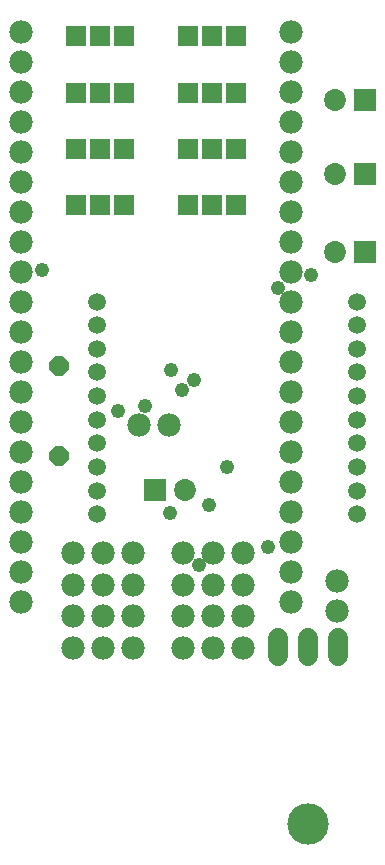
<source format=gbs>
G75*
G70*
%OFA0B0*%
%FSLAX24Y24*%
%IPPOS*%
%LPD*%
%AMOC8*
5,1,8,0,0,1.08239X$1,22.5*
%
%ADD10C,0.0780*%
%ADD11OC8,0.0640*%
%ADD12R,0.0730X0.0730*%
%ADD13C,0.0730*%
%ADD14C,0.0595*%
%ADD15R,0.0674X0.0674*%
%ADD16C,0.0680*%
%ADD17C,0.1380*%
%ADD18C,0.0480*%
D10*
X012704Y009130D03*
X012704Y010130D03*
X012704Y011130D03*
X012704Y012130D03*
X012704Y013130D03*
X012704Y014130D03*
X012704Y015130D03*
X012704Y016130D03*
X012704Y017130D03*
X012704Y018130D03*
X012704Y019130D03*
X012704Y020130D03*
X012704Y021130D03*
X012704Y022130D03*
X012704Y023130D03*
X012704Y024130D03*
X012704Y025130D03*
X012704Y026130D03*
X012704Y027130D03*
X012704Y028130D03*
X021704Y028130D03*
X021704Y027130D03*
X021704Y026130D03*
X021704Y025130D03*
X021704Y024130D03*
X021704Y023130D03*
X021704Y022130D03*
X021704Y021130D03*
X021704Y020130D03*
X021704Y019130D03*
X021704Y018130D03*
X021704Y017130D03*
X021704Y016130D03*
X021704Y015130D03*
X021704Y014130D03*
X021704Y013130D03*
X021704Y012130D03*
X021704Y011130D03*
X021704Y010130D03*
X023239Y009839D03*
X021704Y009130D03*
X023239Y008839D03*
X020105Y008658D03*
X019105Y008658D03*
X018105Y008658D03*
X018105Y009721D03*
X019105Y009721D03*
X020105Y009721D03*
X020105Y010784D03*
X019105Y010784D03*
X018105Y010784D03*
X016444Y010784D03*
X015444Y010784D03*
X014444Y010784D03*
X014444Y009721D03*
X015444Y009721D03*
X016444Y009721D03*
X016444Y008658D03*
X015444Y008658D03*
X014444Y008658D03*
X014444Y007595D03*
X015444Y007595D03*
X016444Y007595D03*
X018105Y007595D03*
X019105Y007595D03*
X020105Y007595D03*
X017645Y015028D03*
X016645Y015028D03*
D11*
X013987Y014020D03*
X013987Y017020D03*
D12*
X017160Y012882D03*
X024160Y020819D03*
X024180Y023418D03*
X024180Y025870D03*
D13*
X023180Y025870D03*
X023180Y023418D03*
X023160Y020819D03*
X018160Y012882D03*
D14*
X015251Y012855D03*
X015251Y013642D03*
X015251Y014430D03*
X015251Y015217D03*
X015251Y016004D03*
X015251Y016792D03*
X015251Y017579D03*
X015251Y018367D03*
X015251Y019154D03*
X023912Y019154D03*
X023912Y018367D03*
X023912Y017579D03*
X023912Y016792D03*
X023912Y016004D03*
X023912Y015217D03*
X023912Y014430D03*
X023912Y013642D03*
X023912Y012855D03*
X023912Y012067D03*
X015251Y012067D03*
D15*
X015341Y022359D03*
X014554Y022359D03*
X016129Y022359D03*
X018290Y022359D03*
X019078Y022359D03*
X019865Y022359D03*
X019865Y024241D03*
X019078Y024241D03*
X018290Y024241D03*
X016129Y024241D03*
X015341Y024241D03*
X014554Y024241D03*
X014554Y026122D03*
X015341Y026122D03*
X016129Y026122D03*
X018290Y026122D03*
X019078Y026122D03*
X019865Y026122D03*
X019865Y028004D03*
X019078Y028004D03*
X018290Y028004D03*
X016129Y028004D03*
X015341Y028004D03*
X014554Y028004D03*
D16*
X021267Y007950D02*
X021267Y007350D01*
X022267Y007350D02*
X022267Y007950D01*
X023267Y007950D02*
X023267Y007350D01*
D17*
X022267Y001750D03*
D18*
X018625Y010363D03*
X017680Y012095D03*
X018960Y012370D03*
X019570Y013650D03*
X016853Y015658D03*
X015948Y015500D03*
X017700Y016878D03*
X018074Y016209D03*
X018467Y016544D03*
X021282Y019615D03*
X022385Y020048D03*
X013408Y020205D03*
X020928Y010973D03*
M02*

</source>
